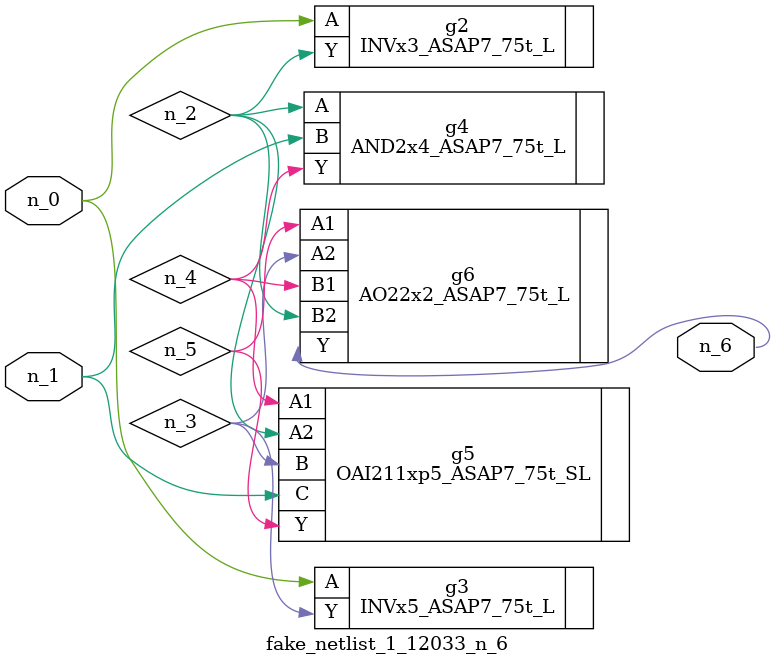
<source format=v>
module fake_netlist_1_12033_n_6 (n_1, n_0, n_6);
input n_1;
input n_0;
output n_6;
wire n_2;
wire n_4;
wire n_3;
wire n_5;
INVx3_ASAP7_75t_L g2 ( .A(n_0), .Y(n_2) );
INVx5_ASAP7_75t_L g3 ( .A(n_0), .Y(n_3) );
AND2x4_ASAP7_75t_L g4 ( .A(n_2), .B(n_1), .Y(n_4) );
OAI211xp5_ASAP7_75t_SL g5 ( .A1(n_4), .A2(n_2), .B(n_3), .C(n_1), .Y(n_5) );
AO22x2_ASAP7_75t_L g6 ( .A1(n_5), .A2(n_3), .B1(n_4), .B2(n_2), .Y(n_6) );
endmodule
</source>
